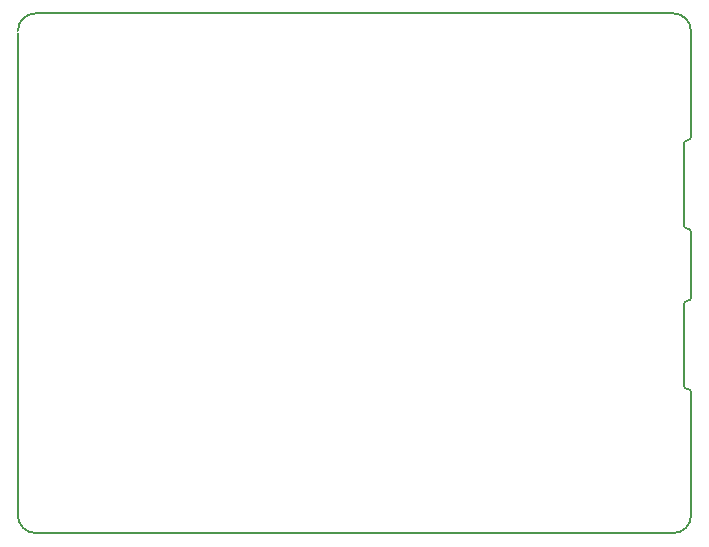
<source format=gko>
G04*
G04 #@! TF.GenerationSoftware,Altium Limited,Altium Designer,20.2.6 (244)*
G04*
G04 Layer_Color=16711935*
%FSLAX25Y25*%
%MOIN*%
G70*
G04*
G04 #@! TF.SameCoordinates,BD9F10C3-12C2-414E-BCE1-0B8FED7F425F*
G04*
G04*
G04 #@! TF.FilePolarity,Positive*
G04*
G01*
G75*
%ADD16C,0.00600*%
D16*
X362632Y220553D02*
G03*
X363831Y221753I0J1200D01*
G01*
X361432Y192338D02*
G03*
X362632Y191138I1200J0D01*
G01*
X363831Y189938D02*
G03*
X362632Y191138I-1200J0D01*
G01*
Y220553D02*
G03*
X361432Y219353I0J-1200D01*
G01*
X361500Y138834D02*
G03*
X362700Y137634I1200J0D01*
G01*
X363900Y136434D02*
G03*
X362700Y137634I-1200J0D01*
G01*
Y167049D02*
G03*
X361500Y165849I0J-1200D01*
G01*
X362700Y167049D02*
G03*
X363900Y168249I0J1200D01*
G01*
X145328Y262867D02*
G03*
X139422Y256962I0J-5906D01*
G01*
X363831D02*
G03*
X357926Y262867I-5906J0D01*
G01*
X357926Y89639D02*
G03*
X363831Y95545I0J5906D01*
G01*
X139422Y95545D02*
G03*
X145328Y89639I5906J0D01*
G01*
X361432Y192338D02*
Y219353D01*
X363900Y95545D02*
Y136434D01*
X361500Y138834D02*
Y165849D01*
X363831Y168249D02*
Y189938D01*
X145328Y89639D02*
X357926D01*
X139422Y95045D02*
Y256462D01*
X145328Y262867D02*
X357926D01*
X363831Y221753D02*
Y256962D01*
M02*

</source>
